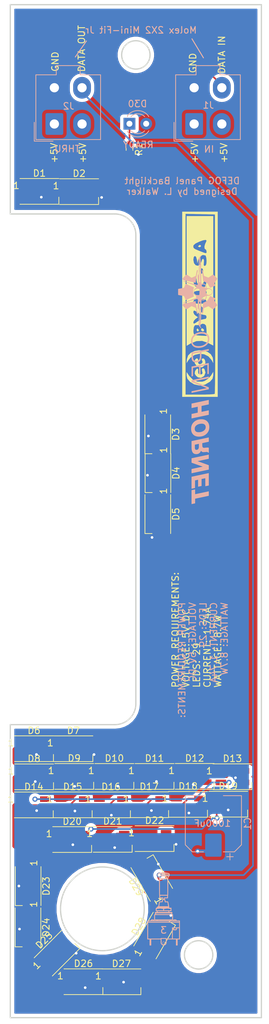
<source format=kicad_pcb>
(kicad_pcb (version 20171130) (host pcbnew "(5.1.6)-1")
  (layers (0 F.Cu signal) (31 B.Cu signal) (34 B.Paste user) (35 F.Paste user) (36 B.SilkS user) (37 F.SilkS user) (38 B.Mask user) (39 F.Mask user) (44 Edge.Cuts user))
  (net 0 "")
  (net 1 /LEDGND)
  (net 2 /LED+5V)
  (net 3 "Net-(D1-Pad2)")
  (net 4 /DATAIN)
  (net 5 "Net-(D2-Pad2)")
  (net 6 "Net-(D3-Pad2)")
  (net 7 "Net-(D4-Pad2)")
  (net 8 "Net-(D5-Pad2)")
  (net 9 "Net-(D6-Pad2)")
  (net 10 "Net-(D7-Pad2)")
  (net 11 "Net-(D8-Pad2)")
  (net 12 "Net-(D10-Pad4)")
  (net 13 "Net-(D10-Pad2)")
  (net 14 "Net-(D11-Pad2)")
  (net 15 /DATAOUT1)
  (net 16 "Net-(D13-Pad2)")
  (net 17 "Net-(D14-Pad2)")
  (net 18 "Net-(D15-Pad2)")
  (net 19 "Net-(D16-Pad2)")
  (net 20 "Net-(D17-Pad2)")
  (net 21 "Net-(D18-Pad2)")
  (net 22 "Net-(D19-Pad2)")
  (net 23 "Net-(D20-Pad2)")
  (net 24 "Net-(D21-Pad2)")
  (net 25 "Net-(D22-Pad2)")
  (net 26 "Net-(D23-Pad2)")
  (net 27 /DATAOUT)
  (net 28 "Net-(D24-Pad2)")
  (net 29 "Net-(D25-Pad2)")
  (net 30 "Net-(D26-Pad2)")
  (net 31 "Net-(D27-Pad2)")
  (net 32 "Net-(D28-Pad2)")
  (net 33 "Net-(D30-Pad1)")
  (module OH_Backlighting:LED_SK6812MINI_PLCC4_3.5x3.5mm_P1.75mm (layer F.Cu) (at 125.05 59.045)
    (fp_text reference D1 (at 0 -2.75) (layer F.SilkS))
    (fp_text value WS2812B)
    (fp_text user 1 (at -3.5 -0.875) (layer F.SilkS))
    (pad 3 smd rect (at 1.75 0.875) (size 1.6 0.85) (layers F.Cu F.Paste F.Mask) (net 1 /LEDGND))
    (pad 4 smd rect (at 1.75 -0.875) (size 1.6 0.85) (layers F.Cu F.Paste F.Mask) (net 4 /DATAIN))
    (pad 2 smd rect (at -1.75 0.875) (size 1.6 0.85) (layers F.Cu F.Paste F.Mask) (net 3 "Net-(D1-Pad2)"))
    (pad 1 smd rect (at -1.75 -0.875) (size 1.6 0.85) (layers F.Cu F.Paste F.Mask) (net 2 /LED+5V))
  )
  (module OH_Backlighting:LED_SK6812MINI_PLCC4_3.5x3.5mm_P1.75mm (layer F.Cu) (at 142.097 163.202 120)
    (fp_text reference D29 (at 0 -2.75 120) (layer F.SilkS))
    (fp_text value WS2812B)
    (fp_text user 1 (at -3.5 -0.875 120) (layer F.SilkS))
    (pad 3 smd rect (at 1.75 0.875 120) (size 1.6 0.85) (layers F.Cu F.Paste F.Mask) (net 1 /LEDGND))
    (pad 4 smd rect (at 1.75 -0.875 120) (size 1.6 0.85) (layers F.Cu F.Paste F.Mask) (net 32 "Net-(D28-Pad2)"))
    (pad 2 smd rect (at -1.75 0.875 120) (size 1.6 0.85) (layers F.Cu F.Paste F.Mask) (net 27 /DATAOUT))
    (pad 1 smd rect (at -1.75 -0.875 120) (size 1.6 0.85) (layers F.Cu F.Paste F.Mask) (net 2 /LED+5V))
  )
  (module OH_Backlighting:LED_SK6812MINI_PLCC4_3.5x3.5mm_P1.75mm (layer F.Cu) (at 142.53 171.935 60)
    (fp_text reference D28 (at 0 -2.75 60) (layer F.SilkS))
    (fp_text value WS2812B)
    (fp_text user 1 (at -3.5 -0.875 60) (layer F.SilkS))
    (pad 3 smd rect (at 1.75 0.875 60) (size 1.6 0.85) (layers F.Cu F.Paste F.Mask) (net 1 /LEDGND))
    (pad 4 smd rect (at 1.75 -0.875 60) (size 1.6 0.85) (layers F.Cu F.Paste F.Mask) (net 31 "Net-(D27-Pad2)"))
    (pad 2 smd rect (at -1.75 0.875 60) (size 1.6 0.85) (layers F.Cu F.Paste F.Mask) (net 32 "Net-(D28-Pad2)"))
    (pad 1 smd rect (at -1.75 -0.875 60) (size 1.6 0.85) (layers F.Cu F.Paste F.Mask) (net 2 /LED+5V))
  )
  (module OH_Backlighting:LED_SK6812MINI_PLCC4_3.5x3.5mm_P1.75mm (layer F.Cu) (at 137.497 178.947)
    (fp_text reference D27 (at 0 -2.75) (layer F.SilkS))
    (fp_text value WS2812B)
    (fp_text user 1 (at -3.5 -0.875) (layer F.SilkS))
    (pad 3 smd rect (at 1.75 0.875) (size 1.6 0.85) (layers F.Cu F.Paste F.Mask) (net 1 /LEDGND))
    (pad 4 smd rect (at 1.75 -0.875) (size 1.6 0.85) (layers F.Cu F.Paste F.Mask) (net 30 "Net-(D26-Pad2)"))
    (pad 2 smd rect (at -1.75 0.875) (size 1.6 0.85) (layers F.Cu F.Paste F.Mask) (net 31 "Net-(D27-Pad2)"))
    (pad 1 smd rect (at -1.75 -0.875) (size 1.6 0.85) (layers F.Cu F.Paste F.Mask) (net 2 /LED+5V))
  )
  (module OH_Backlighting:LED_SK6812MINI_PLCC4_3.5x3.5mm_P1.75mm (layer F.Cu) (at 131.73 178.935)
    (fp_text reference D26 (at 0 -2.75) (layer F.SilkS))
    (fp_text value WS2812B)
    (fp_text user 1 (at -3.5 -0.875) (layer F.SilkS))
    (pad 3 smd rect (at 1.75 0.875) (size 1.6 0.85) (layers F.Cu F.Paste F.Mask) (net 1 /LEDGND))
    (pad 4 smd rect (at 1.75 -0.875) (size 1.6 0.85) (layers F.Cu F.Paste F.Mask) (net 29 "Net-(D25-Pad2)"))
    (pad 2 smd rect (at -1.75 0.875) (size 1.6 0.85) (layers F.Cu F.Paste F.Mask) (net 30 "Net-(D26-Pad2)"))
    (pad 1 smd rect (at -1.75 -0.875) (size 1.6 0.85) (layers F.Cu F.Paste F.Mask) (net 2 /LED+5V))
  )
  (module OH_Backlighting:LED_SK6812MINI_PLCC4_3.5x3.5mm_P1.75mm (layer F.Cu) (at 127.724 174.599 45)
    (fp_text reference D25 (at 0 -2.75 45) (layer F.SilkS))
    (fp_text value WS2812B)
    (fp_text user 1 (at -3.5 -0.875 45) (layer F.SilkS))
    (pad 3 smd rect (at 1.75 0.875 45) (size 1.6 0.85) (layers F.Cu F.Paste F.Mask) (net 1 /LEDGND))
    (pad 4 smd rect (at 1.75 -0.875 45) (size 1.6 0.85) (layers F.Cu F.Paste F.Mask) (net 28 "Net-(D24-Pad2)"))
    (pad 2 smd rect (at -1.75 0.875 45) (size 1.6 0.85) (layers F.Cu F.Paste F.Mask) (net 29 "Net-(D25-Pad2)"))
    (pad 1 smd rect (at -1.75 -0.875 45) (size 1.6 0.85) (layers F.Cu F.Paste F.Mask) (net 2 /LED+5V))
  )
  (module OH_Backlighting:LED_SK6812MINI_PLCC4_3.5x3.5mm_P1.75mm (layer F.Cu) (at 123.315 170.69 270)
    (fp_text reference D24 (at 0 -2.75 90) (layer F.SilkS))
    (fp_text value WS2812B)
    (fp_text user 1 (at -3.5 -0.875 90) (layer F.SilkS))
    (pad 3 smd rect (at 1.75 0.875 270) (size 1.6 0.85) (layers F.Cu F.Paste F.Mask) (net 1 /LEDGND))
    (pad 4 smd rect (at 1.75 -0.875 270) (size 1.6 0.85) (layers F.Cu F.Paste F.Mask) (net 26 "Net-(D23-Pad2)"))
    (pad 2 smd rect (at -1.75 0.875 270) (size 1.6 0.85) (layers F.Cu F.Paste F.Mask) (net 28 "Net-(D24-Pad2)"))
    (pad 1 smd rect (at -1.75 -0.875 270) (size 1.6 0.85) (layers F.Cu F.Paste F.Mask) (net 2 /LED+5V))
  )
  (module OH_Backlighting:LED_SK6812MINI_PLCC4_3.5x3.5mm_P1.75mm (layer F.Cu) (at 123.335 164.43 270)
    (fp_text reference D23 (at 0 -2.75 90) (layer F.SilkS))
    (fp_text value WS2812B)
    (fp_text user 1 (at -3.5 -0.875 90) (layer F.SilkS))
    (pad 3 smd rect (at 1.75 0.875 270) (size 1.6 0.85) (layers F.Cu F.Paste F.Mask) (net 1 /LEDGND))
    (pad 4 smd rect (at 1.75 -0.875 270) (size 1.6 0.85) (layers F.Cu F.Paste F.Mask) (net 25 "Net-(D22-Pad2)"))
    (pad 2 smd rect (at -1.75 0.875 270) (size 1.6 0.85) (layers F.Cu F.Paste F.Mask) (net 26 "Net-(D23-Pad2)"))
    (pad 1 smd rect (at -1.75 -0.875 270) (size 1.6 0.85) (layers F.Cu F.Paste F.Mask) (net 2 /LED+5V))
  )
  (module OH_Backlighting:LED_SK6812MINI_PLCC4_3.5x3.5mm_P1.75mm (layer F.Cu) (at 142.522 157.226)
    (fp_text reference D22 (at 0 -2.75) (layer F.SilkS))
    (fp_text value WS2812B)
    (fp_text user 1 (at -3.5 -0.875) (layer F.SilkS))
    (pad 3 smd rect (at 1.75 0.875) (size 1.6 0.85) (layers F.Cu F.Paste F.Mask) (net 1 /LEDGND))
    (pad 4 smd rect (at 1.75 -0.875) (size 1.6 0.85) (layers F.Cu F.Paste F.Mask) (net 24 "Net-(D21-Pad2)"))
    (pad 2 smd rect (at -1.75 0.875) (size 1.6 0.85) (layers F.Cu F.Paste F.Mask) (net 25 "Net-(D22-Pad2)"))
    (pad 1 smd rect (at -1.75 -0.875) (size 1.6 0.85) (layers F.Cu F.Paste F.Mask) (net 2 /LED+5V))
  )
  (module OH_Backlighting:LED_SK6812MINI_PLCC4_3.5x3.5mm_P1.75mm (layer F.Cu) (at 136.172 157.339)
    (fp_text reference D21 (at 0 -2.75) (layer F.SilkS))
    (fp_text value WS2812B)
    (fp_text user 1 (at -3.5 -0.875) (layer F.SilkS))
    (pad 3 smd rect (at 1.75 0.875) (size 1.6 0.85) (layers F.Cu F.Paste F.Mask) (net 1 /LEDGND))
    (pad 4 smd rect (at 1.75 -0.875) (size 1.6 0.85) (layers F.Cu F.Paste F.Mask) (net 23 "Net-(D20-Pad2)"))
    (pad 2 smd rect (at -1.75 0.875) (size 1.6 0.85) (layers F.Cu F.Paste F.Mask) (net 24 "Net-(D21-Pad2)"))
    (pad 1 smd rect (at -1.75 -0.875) (size 1.6 0.85) (layers F.Cu F.Paste F.Mask) (net 2 /LED+5V))
  )
  (module OH_Backlighting:LED_SK6812MINI_PLCC4_3.5x3.5mm_P1.75mm (layer F.Cu) (at 130.02 157.367)
    (fp_text reference D20 (at 0 -2.75) (layer F.SilkS))
    (fp_text value WS2812B)
    (fp_text user 1 (at -3.5 -0.875) (layer F.SilkS))
    (pad 3 smd rect (at 1.75 0.875) (size 1.6 0.85) (layers F.Cu F.Paste F.Mask) (net 1 /LEDGND))
    (pad 4 smd rect (at 1.75 -0.875) (size 1.6 0.85) (layers F.Cu F.Paste F.Mask) (net 22 "Net-(D19-Pad2)"))
    (pad 2 smd rect (at -1.75 0.875) (size 1.6 0.85) (layers F.Cu F.Paste F.Mask) (net 23 "Net-(D20-Pad2)"))
    (pad 1 smd rect (at -1.75 -0.875) (size 1.6 0.85) (layers F.Cu F.Paste F.Mask) (net 2 /LED+5V))
  )
  (module OH_Backlighting:LED_SK6812MINI_PLCC4_3.5x3.5mm_P1.75mm (layer F.Cu) (at 153.698 152.005)
    (fp_text reference D19 (at 0 -2.75) (layer F.SilkS))
    (fp_text value WS2812B)
    (fp_text user 1 (at -3.5 -0.875) (layer F.SilkS))
    (pad 3 smd rect (at 1.75 0.875) (size 1.6 0.85) (layers F.Cu F.Paste F.Mask) (net 1 /LEDGND))
    (pad 4 smd rect (at 1.75 -0.875) (size 1.6 0.85) (layers F.Cu F.Paste F.Mask) (net 21 "Net-(D18-Pad2)"))
    (pad 2 smd rect (at -1.75 0.875) (size 1.6 0.85) (layers F.Cu F.Paste F.Mask) (net 22 "Net-(D19-Pad2)"))
    (pad 1 smd rect (at -1.75 -0.875) (size 1.6 0.85) (layers F.Cu F.Paste F.Mask) (net 2 /LED+5V))
  )
  (module OH_Backlighting:LED_SK6812MINI_PLCC4_3.5x3.5mm_P1.75mm (layer F.Cu) (at 147.602 152.033)
    (fp_text reference D18 (at 0 -2.75) (layer F.SilkS))
    (fp_text value WS2812B)
    (fp_text user 1 (at -3.5 -0.875) (layer F.SilkS))
    (pad 3 smd rect (at 1.75 0.875) (size 1.6 0.85) (layers F.Cu F.Paste F.Mask) (net 1 /LEDGND))
    (pad 4 smd rect (at 1.75 -0.875) (size 1.6 0.85) (layers F.Cu F.Paste F.Mask) (net 20 "Net-(D17-Pad2)"))
    (pad 2 smd rect (at -1.75 0.875) (size 1.6 0.85) (layers F.Cu F.Paste F.Mask) (net 21 "Net-(D18-Pad2)"))
    (pad 1 smd rect (at -1.75 -0.875) (size 1.6 0.85) (layers F.Cu F.Paste F.Mask) (net 2 /LED+5V))
  )
  (module OH_Backlighting:LED_SK6812MINI_PLCC4_3.5x3.5mm_P1.75mm (layer F.Cu) (at 141.7 152.085)
    (fp_text reference D17 (at 0 -2.75) (layer F.SilkS))
    (fp_text value WS2812B)
    (fp_text user 1 (at -3.5 -0.875) (layer F.SilkS))
    (pad 3 smd rect (at 1.75 0.875) (size 1.6 0.85) (layers F.Cu F.Paste F.Mask) (net 1 /LEDGND))
    (pad 4 smd rect (at 1.75 -0.875) (size 1.6 0.85) (layers F.Cu F.Paste F.Mask) (net 19 "Net-(D16-Pad2)"))
    (pad 2 smd rect (at -1.75 0.875) (size 1.6 0.85) (layers F.Cu F.Paste F.Mask) (net 20 "Net-(D17-Pad2)"))
    (pad 1 smd rect (at -1.75 -0.875) (size 1.6 0.85) (layers F.Cu F.Paste F.Mask) (net 2 /LED+5V))
  )
  (module OH_Backlighting:LED_SK6812MINI_PLCC4_3.5x3.5mm_P1.75mm (layer F.Cu) (at 135.91 152.105)
    (fp_text reference D16 (at 0 -2.75) (layer F.SilkS))
    (fp_text value WS2812B)
    (fp_text user 1 (at -3.5 -0.875) (layer F.SilkS))
    (pad 3 smd rect (at 1.75 0.875) (size 1.6 0.85) (layers F.Cu F.Paste F.Mask) (net 1 /LEDGND))
    (pad 4 smd rect (at 1.75 -0.875) (size 1.6 0.85) (layers F.Cu F.Paste F.Mask) (net 18 "Net-(D15-Pad2)"))
    (pad 2 smd rect (at -1.75 0.875) (size 1.6 0.85) (layers F.Cu F.Paste F.Mask) (net 19 "Net-(D16-Pad2)"))
    (pad 1 smd rect (at -1.75 -0.875) (size 1.6 0.85) (layers F.Cu F.Paste F.Mask) (net 2 /LED+5V))
  )
  (module OH_Backlighting:LED_SK6812MINI_PLCC4_3.5x3.5mm_P1.75mm (layer F.Cu) (at 130.1 152.105)
    (fp_text reference D15 (at 0 -2.75) (layer F.SilkS))
    (fp_text value WS2812B)
    (fp_text user 1 (at -3.5 -0.875) (layer F.SilkS))
    (pad 3 smd rect (at 1.75 0.875) (size 1.6 0.85) (layers F.Cu F.Paste F.Mask) (net 1 /LEDGND))
    (pad 4 smd rect (at 1.75 -0.875) (size 1.6 0.85) (layers F.Cu F.Paste F.Mask) (net 17 "Net-(D14-Pad2)"))
    (pad 2 smd rect (at -1.75 0.875) (size 1.6 0.85) (layers F.Cu F.Paste F.Mask) (net 18 "Net-(D15-Pad2)"))
    (pad 1 smd rect (at -1.75 -0.875) (size 1.6 0.85) (layers F.Cu F.Paste F.Mask) (net 2 /LED+5V))
  )
  (module OH_Backlighting:LED_SK6812MINI_PLCC4_3.5x3.5mm_P1.75mm (layer F.Cu) (at 124.2 152.115)
    (fp_text reference D14 (at 0 -2.75) (layer F.SilkS))
    (fp_text value WS2812B)
    (fp_text user 1 (at -3.5 -0.875) (layer F.SilkS))
    (pad 3 smd rect (at 1.75 0.875) (size 1.6 0.85) (layers F.Cu F.Paste F.Mask) (net 1 /LEDGND))
    (pad 4 smd rect (at 1.75 -0.875) (size 1.6 0.85) (layers F.Cu F.Paste F.Mask) (net 16 "Net-(D13-Pad2)"))
    (pad 2 smd rect (at -1.75 0.875) (size 1.6 0.85) (layers F.Cu F.Paste F.Mask) (net 17 "Net-(D14-Pad2)"))
    (pad 1 smd rect (at -1.75 -0.875) (size 1.6 0.85) (layers F.Cu F.Paste F.Mask) (net 2 /LED+5V))
  )
  (module OH_Backlighting:LED_SK6812MINI_PLCC4_3.5x3.5mm_P1.75mm (layer F.Cu) (at 154.34 147.835)
    (fp_text reference D13 (at 0 -2.75) (layer F.SilkS))
    (fp_text value WS2812B)
    (fp_text user 1 (at -3.5 -0.875) (layer F.SilkS))
    (pad 3 smd rect (at 1.75 0.875) (size 1.6 0.85) (layers F.Cu F.Paste F.Mask) (net 1 /LEDGND))
    (pad 4 smd rect (at 1.75 -0.875) (size 1.6 0.85) (layers F.Cu F.Paste F.Mask) (net 15 /DATAOUT1))
    (pad 2 smd rect (at -1.75 0.875) (size 1.6 0.85) (layers F.Cu F.Paste F.Mask) (net 16 "Net-(D13-Pad2)"))
    (pad 1 smd rect (at -1.75 -0.875) (size 1.6 0.85) (layers F.Cu F.Paste F.Mask) (net 2 /LED+5V))
  )
  (module OH_Backlighting:LED_SK6812MINI_PLCC4_3.5x3.5mm_P1.75mm (layer F.Cu) (at 148.608 147.785)
    (fp_text reference D12 (at 0 -2.75) (layer F.SilkS))
    (fp_text value WS2812B)
    (fp_text user 1 (at -3.5 -0.875) (layer F.SilkS))
    (pad 3 smd rect (at 1.75 0.875) (size 1.6 0.85) (layers F.Cu F.Paste F.Mask) (net 1 /LEDGND))
    (pad 4 smd rect (at 1.75 -0.875) (size 1.6 0.85) (layers F.Cu F.Paste F.Mask) (net 14 "Net-(D11-Pad2)"))
    (pad 2 smd rect (at -1.75 0.875) (size 1.6 0.85) (layers F.Cu F.Paste F.Mask) (net 15 /DATAOUT1))
    (pad 1 smd rect (at -1.75 -0.875) (size 1.6 0.85) (layers F.Cu F.Paste F.Mask) (net 2 /LED+5V))
  )
  (module OH_Backlighting:LED_SK6812MINI_PLCC4_3.5x3.5mm_P1.75mm (layer F.Cu) (at 142.516 147.795)
    (fp_text reference D11 (at 0 -2.75) (layer F.SilkS))
    (fp_text value WS2812B)
    (fp_text user 1 (at -3.5 -0.875) (layer F.SilkS))
    (pad 3 smd rect (at 1.75 0.875) (size 1.6 0.85) (layers F.Cu F.Paste F.Mask) (net 1 /LEDGND))
    (pad 4 smd rect (at 1.75 -0.875) (size 1.6 0.85) (layers F.Cu F.Paste F.Mask) (net 13 "Net-(D10-Pad2)"))
    (pad 2 smd rect (at -1.75 0.875) (size 1.6 0.85) (layers F.Cu F.Paste F.Mask) (net 14 "Net-(D11-Pad2)"))
    (pad 1 smd rect (at -1.75 -0.875) (size 1.6 0.85) (layers F.Cu F.Paste F.Mask) (net 2 /LED+5V))
  )
  (module OH_Backlighting:LED_SK6812MINI_PLCC4_3.5x3.5mm_P1.75mm (layer F.Cu) (at 136.424 147.795)
    (fp_text reference D10 (at 0 -2.75) (layer F.SilkS))
    (fp_text value WS2812B)
    (fp_text user 1 (at -3.5 -0.875) (layer F.SilkS))
    (pad 3 smd rect (at 1.75 0.875) (size 1.6 0.85) (layers F.Cu F.Paste F.Mask) (net 1 /LEDGND))
    (pad 4 smd rect (at 1.75 -0.875) (size 1.6 0.85) (layers F.Cu F.Paste F.Mask) (net 12 "Net-(D10-Pad4)"))
    (pad 2 smd rect (at -1.75 0.875) (size 1.6 0.85) (layers F.Cu F.Paste F.Mask) (net 13 "Net-(D10-Pad2)"))
    (pad 1 smd rect (at -1.75 -0.875) (size 1.6 0.85) (layers F.Cu F.Paste F.Mask) (net 2 /LED+5V))
  )
  (module OH_Backlighting:LED_SK6812MINI_PLCC4_3.5x3.5mm_P1.75mm (layer F.Cu) (at 130.332 147.795)
    (fp_text reference D9 (at 0 -2.75) (layer F.SilkS))
    (fp_text value WS2812B)
    (fp_text user 1 (at -3.5 -0.875) (layer F.SilkS))
    (pad 3 smd rect (at 1.75 0.875) (size 1.6 0.85) (layers F.Cu F.Paste F.Mask) (net 1 /LEDGND))
    (pad 4 smd rect (at 1.75 -0.875) (size 1.6 0.85) (layers F.Cu F.Paste F.Mask) (net 11 "Net-(D8-Pad2)"))
    (pad 2 smd rect (at -1.75 0.875) (size 1.6 0.85) (layers F.Cu F.Paste F.Mask) (net 12 "Net-(D10-Pad4)"))
    (pad 1 smd rect (at -1.75 -0.875) (size 1.6 0.85) (layers F.Cu F.Paste F.Mask) (net 2 /LED+5V))
  )
  (module OH_Backlighting:LED_SK6812MINI_PLCC4_3.5x3.5mm_P1.75mm (layer F.Cu) (at 124.24 147.855)
    (fp_text reference D8 (at 0 -2.75) (layer F.SilkS))
    (fp_text value WS2812B)
    (fp_text user 1 (at -3.5 -0.875) (layer F.SilkS))
    (pad 3 smd rect (at 1.75 0.875) (size 1.6 0.85) (layers F.Cu F.Paste F.Mask) (net 1 /LEDGND))
    (pad 4 smd rect (at 1.75 -0.875) (size 1.6 0.85) (layers F.Cu F.Paste F.Mask) (net 10 "Net-(D7-Pad2)"))
    (pad 2 smd rect (at -1.75 0.875) (size 1.6 0.85) (layers F.Cu F.Paste F.Mask) (net 11 "Net-(D8-Pad2)"))
    (pad 1 smd rect (at -1.75 -0.875) (size 1.6 0.85) (layers F.Cu F.Paste F.Mask) (net 2 /LED+5V))
  )
  (module OH_Backlighting:LED_SK6812MINI_PLCC4_3.5x3.5mm_P1.75mm (layer F.Cu) (at 130.21 143.59)
    (fp_text reference D7 (at 0 -2.75) (layer F.SilkS))
    (fp_text value WS2812B)
    (fp_text user 1 (at -3.5 -0.875) (layer F.SilkS))
    (pad 3 smd rect (at 1.75 0.875) (size 1.6 0.85) (layers F.Cu F.Paste F.Mask) (net 1 /LEDGND))
    (pad 4 smd rect (at 1.75 -0.875) (size 1.6 0.85) (layers F.Cu F.Paste F.Mask) (net 9 "Net-(D6-Pad2)"))
    (pad 2 smd rect (at -1.75 0.875) (size 1.6 0.85) (layers F.Cu F.Paste F.Mask) (net 10 "Net-(D7-Pad2)"))
    (pad 1 smd rect (at -1.75 -0.875) (size 1.6 0.85) (layers F.Cu F.Paste F.Mask) (net 2 /LED+5V))
  )
  (module OH_Backlighting:LED_SK6812MINI_PLCC4_3.5x3.5mm_P1.75mm (layer F.Cu) (at 124.23 143.585)
    (fp_text reference D6 (at 0 -2.75) (layer F.SilkS))
    (fp_text value WS2812B)
    (fp_text user 1 (at -3.5 -0.875) (layer F.SilkS))
    (pad 3 smd rect (at 1.75 0.875) (size 1.6 0.85) (layers F.Cu F.Paste F.Mask) (net 1 /LEDGND))
    (pad 4 smd rect (at 1.75 -0.875) (size 1.6 0.85) (layers F.Cu F.Paste F.Mask) (net 8 "Net-(D5-Pad2)"))
    (pad 2 smd rect (at -1.75 0.875) (size 1.6 0.85) (layers F.Cu F.Paste F.Mask) (net 9 "Net-(D6-Pad2)"))
    (pad 1 smd rect (at -1.75 -0.875) (size 1.6 0.85) (layers F.Cu F.Paste F.Mask) (net 2 /LED+5V))
  )
  (module OH_Backlighting:LED_SK6812MINI_PLCC4_3.5x3.5mm_P1.75mm (layer F.Cu) (at 143.015 108 270)
    (fp_text reference D5 (at 0 -2.75 90) (layer F.SilkS))
    (fp_text value WS2812B)
    (fp_text user 1 (at -3.5 -0.875 90) (layer F.SilkS))
    (pad 3 smd rect (at 1.75 0.875 270) (size 1.6 0.85) (layers F.Cu F.Paste F.Mask) (net 1 /LEDGND))
    (pad 4 smd rect (at 1.75 -0.875 270) (size 1.6 0.85) (layers F.Cu F.Paste F.Mask) (net 7 "Net-(D4-Pad2)"))
    (pad 2 smd rect (at -1.75 0.875 270) (size 1.6 0.85) (layers F.Cu F.Paste F.Mask) (net 8 "Net-(D5-Pad2)"))
    (pad 1 smd rect (at -1.75 -0.875 270) (size 1.6 0.85) (layers F.Cu F.Paste F.Mask) (net 2 /LED+5V))
  )
  (module OH_Backlighting:LED_SK6812MINI_PLCC4_3.5x3.5mm_P1.75mm (layer F.Cu) (at 143.035 101.78 270)
    (fp_text reference D4 (at 0 -2.75 90) (layer F.SilkS))
    (fp_text value WS2812B)
    (fp_text user 1 (at -3.5 -0.875 90) (layer F.SilkS))
    (pad 3 smd rect (at 1.75 0.875 270) (size 1.6 0.85) (layers F.Cu F.Paste F.Mask) (net 1 /LEDGND))
    (pad 4 smd rect (at 1.75 -0.875 270) (size 1.6 0.85) (layers F.Cu F.Paste F.Mask) (net 6 "Net-(D3-Pad2)"))
    (pad 2 smd rect (at -1.75 0.875 270) (size 1.6 0.85) (layers F.Cu F.Paste F.Mask) (net 7 "Net-(D4-Pad2)"))
    (pad 1 smd rect (at -1.75 -0.875 270) (size 1.6 0.85) (layers F.Cu F.Paste F.Mask) (net 2 /LED+5V))
  )
  (module OH_Backlighting:LED_SK6812MINI_PLCC4_3.5x3.5mm_P1.75mm (layer F.Cu) (at 143.005 95.89 270)
    (fp_text reference D3 (at 0 -2.75 90) (layer F.SilkS))
    (fp_text value WS2812B)
    (fp_text user 1 (at -3.5 -0.875 90) (layer F.SilkS))
    (pad 3 smd rect (at 1.75 0.875 270) (size 1.6 0.85) (layers F.Cu F.Paste F.Mask) (net 1 /LEDGND))
    (pad 4 smd rect (at 1.75 -0.875 270) (size 1.6 0.85) (layers F.Cu F.Paste F.Mask) (net 5 "Net-(D2-Pad2)"))
    (pad 2 smd rect (at -1.75 0.875 270) (size 1.6 0.85) (layers F.Cu F.Paste F.Mask) (net 6 "Net-(D3-Pad2)"))
    (pad 1 smd rect (at -1.75 -0.875 270) (size 1.6 0.85) (layers F.Cu F.Paste F.Mask) (net 2 /LED+5V))
  )
  (module OH_Backlighting:LED_SK6812MINI_PLCC4_3.5x3.5mm_P1.75mm (layer F.Cu) (at 131.08 59.08)
    (fp_text reference D2 (at 0 -2.75) (layer F.SilkS))
    (fp_text value WS2812B)
    (fp_text user 1 (at -3.5 -0.875) (layer F.SilkS))
    (pad 3 smd rect (at 1.75 0.875) (size 1.6 0.85) (layers F.Cu F.Paste F.Mask) (net 1 /LEDGND))
    (pad 4 smd rect (at 1.75 -0.875) (size 1.6 0.85) (layers F.Cu F.Paste F.Mask) (net 3 "Net-(D1-Pad2)"))
    (pad 2 smd rect (at -1.75 0.875) (size 1.6 0.85) (layers F.Cu F.Paste F.Mask) (net 5 "Net-(D2-Pad2)"))
    (pad 1 smd rect (at -1.75 -0.875) (size 1.6 0.85) (layers F.Cu F.Paste F.Mask) (net 2 /LED+5V))
  )
  (module OH_Backlighting:S3AL_Toggle_Silkscreen (layer F.Cu) (at 143.76 168.04)
    (fp_text reference G2 hide)
    (fp_text value "S3AL Toggle" hide)
    (fp_text user 3 (at 0.125 3.075) (layer B.SilkS) (effects (justify mirror)))
  )
  (module OH_General:CC-BY-NC-SA-Small (layer F.Cu) (at 149.41 76.25 90)
    (fp_text reference G1 hide)
    (fp_text value LOGO hide)
  )
  (module OH_General:OH_LOGO_37.7mm_5.9mm (layer B.Cu) (at 149.07 87.63 270)
    (fp_text reference G3 hide)
    (fp_text value LOGO hide)
  )
  (module Resistor_SMD:R_0603_1608Metric (layer F.Cu) (at 138.72 52.66 270)
    (fp_text reference R1 (at 0 -1.43 90) (layer F.SilkS))
    (fp_text value R)
    (pad 2 smd roundrect (at 0.7875 0 270) (size 0.875 0.95) (layers F.Cu F.Paste F.Mask) (net 1 /LEDGND))
    (pad 1 smd roundrect (at -0.7875 0 270) (size 0.875 0.95) (layers F.Cu F.Paste F.Mask) (net 33 "Net-(D30-Pad1)"))
  )
  (module Connector_Molex:Molex_Mini-Fit_Jr_5566-04A_2x02_P4.20mm_Vertical (layer B.Cu) (at 127.32 48.82)
    (fp_text reference J2 (at 2.15 -2.71) (layer B.SilkS) (effects (justify mirror)))
    (fp_text value Conn_01x04_Female)
    (pad 4 thru_hole oval (at 4.2 -5.5) (size 2.7 3.3) (drill 1.4) (layers *.Cu *.Mask) (net 27 /DATAOUT))
    (pad 3 thru_hole oval (at 0 -5.5) (size 2.7 3.3) (drill 1.4) (layers *.Cu *.Mask) (net 1 /LEDGND))
    (pad 2 thru_hole oval (at 4.2 0) (size 2.7 3.3) (drill 1.4) (layers *.Cu *.Mask) (net 2 /LED+5V))
    (pad 1 thru_hole roundrect (at 0 0) (size 2.7 3.3) (drill 1.4) (layers *.Cu *.Mask) (roundrect_rratio 0.09259299999999999) (net 2 /LED+5V))
  )
  (module Connector_Molex:Molex_Mini-Fit_Jr_5566-04A_2x02_P4.20mm_Vertical (layer B.Cu) (at 148.53 48.82)
    (fp_text reference J1 (at 2.15 -2.85) (layer B.SilkS) (effects (justify mirror)))
    (fp_text value Conn_01x04_Female)
    (pad 4 thru_hole oval (at 4.2 -5.5) (size 2.7 3.3) (drill 1.4) (layers *.Cu *.Mask) (net 4 /DATAIN))
    (pad 3 thru_hole oval (at 0 -5.5) (size 2.7 3.3) (drill 1.4) (layers *.Cu *.Mask) (net 1 /LEDGND))
    (pad 2 thru_hole oval (at 4.2 0) (size 2.7 3.3) (drill 1.4) (layers *.Cu *.Mask) (net 2 /LED+5V))
    (pad 1 thru_hole roundrect (at 0 0) (size 2.7 3.3) (drill 1.4) (layers *.Cu *.Mask) (roundrect_rratio 0.09259299999999999) (net 2 /LED+5V))
  )
  (module LED_THT:LED_D3.0mm (layer B.Cu) (at 138.71 48.78)
    (fp_text reference D30 (at 1.22 -3.02) (layer B.SilkS) (effects (justify mirror)))
    (fp_text value LED)
    (pad 2 thru_hole circle (at 2.54 0) (size 1.8 1.8) (drill 0.9) (layers *.Cu *.Mask) (net 2 /LED+5V))
    (pad 1 thru_hole rect (at 0 0) (size 1.8 1.8) (drill 0.9) (layers *.Cu *.Mask) (net 33 "Net-(D30-Pad1)"))
  )
  (module Capacitor_SMD:CP_Elec_8x10 (layer B.Cu) (at 151.45 154.97 90)
    (fp_text reference C1 (at 0 5.2 90) (layer B.SilkS) (effects (justify mirror)))
    (fp_text value C_Polarized)
    (pad 2 smd roundrect (at 3.25 0 90) (size 3.5 2.5) (layers B.Cu B.Paste B.Mask) (roundrect_rratio 0.1) (net 1 /LEDGND))
    (pad 1 smd roundrect (at -3.25 0 90) (size 3.5 2.5) (layers B.Cu B.Paste B.Mask) (roundrect_rratio 0.1) (net 2 /LED+5V))
  )
  (gr_text "POWER REQUIREMENTS:\nVOLTAGE: 5V DC\nLEDS: 29\nCURRENT: 1.74A\nWATTAGE: 8.7W" (at 148.91 134.42 90) (layer F.SilkS) (effects (font (size 1 1)) (justify left)))
  (gr_text "DEFOG Panel Backlight\nDesigned by L. Walker" (at 146.72 58.25) (layer B.SilkS) (effects (font (size 1 1)) (justify mirror)))
  (gr_text "POWER REQUIREMENTS:\nVOLTAGE: 5V DC\nLEDS: 29\nCURRENT: 1.74A\nWATTAGE: 8.7W" (at 149.9 121.28 90) (layer B.SilkS) (effects (font (size 1 1)) (justify left mirror)))
  (gr_text +5V (at 131.62 53.21 90) (layer F.SilkS) (effects (font (size 1 1))))
  (gr_text +5V (at 127.29 53.21 90) (layer F.SilkS) (effects (font (size 1 1))))
  (gr_text "DATA OUT" (at 131.46 37.38 90) (layer F.SilkS) (effects (font (size 1 1))))
  (gr_text GND (at 127.45 39.36 90) (layer F.SilkS) (effects (font (size 1 1))))
  (gr_text "DATA IN" (at 152.72 38.31 90) (layer F.SilkS) (effects (font (size 1 1))))
  (gr_text GND (at 148.34 39.57 90) (layer F.SilkS) (effects (font (size 1 1))))
  (gr_text +5V (at 148.61 53.21 90) (layer F.SilkS) (effects (font (size 1 1))))
  (gr_text +5V (at 153.05 53.21 90) (layer F.SilkS) (effects (font (size 1 1))))
  (gr_text 1000uF (at 151.3 154.91) (layer B.SilkS) (effects (font (size 1 1)) (justify mirror)))
  (gr_line (start 132.19 36.22) (end 130.5 38.65) (layer B.SilkS) (width 0.15))
  (gr_line (start 148.2 35.9) (end 149.94 38.78) (layer B.SilkS) (width 0.15))
  (gr_text READY (at 140.05 51.97) (layer B.SilkS) (effects (font (size 1 1)) (justify mirror)))
  (gr_text "Molex 2X2 Mini-Fit Jr." (at 140.24 34.58) (layer B.SilkS) (effects (font (size 1 1)) (justify mirror)))
  (gr_text THRU (at 129.26 52.59) (layer B.SilkS) (effects (font (size 1 1)) (justify mirror)))
  (gr_text IN (at 150.79 52.65) (layer B.SilkS) (effects (font (size 1 1)) (justify mirror)))
  (gr_circle (center 149.209016 174.862625) (end 151.361666 174.862625) (layer Edge.Cuts) (width 0.2))
  (gr_circle (center 134.604016 167.877625) (end 140.954016 167.877625) (layer Edge.Cuts) (width 0.2))
  (gr_line (start 136.509016 139.937625) (end 120.634016 139.937625) (layer Edge.Cuts) (width 0.2))
  (gr_line (start 158.734016 30.717627) (end 120.634016 30.717627) (layer Edge.Cuts) (width 0.2))
  (gr_line (start 120.634016 139.937625) (end 120.634016 184.387625) (layer Edge.Cuts) (width 0.2))
  (gr_line (start 120.634016 184.387625) (end 158.734016 184.387625) (layer Edge.Cuts) (width 0.2))
  (gr_circle (center 139.684016 38.337625) (end 141.836666 38.337625) (layer Edge.Cuts) (width 0.2))
  (gr_line (start 158.734016 184.387625) (end 158.734016 30.717627) (layer Edge.Cuts) (width 0.2))
  (gr_line (start 120.634016 30.717627) (end 120.634016 62.467628) (layer Edge.Cuts) (width 0.2))
  (gr_line (start 120.634016 62.467625) (end 136.509016 62.467625) (layer Edge.Cuts) (width 0.2))
  (gr_arc (start 136.509016 136.762625) (end 136.509016 139.937625) (angle -90) (layer Edge.Cuts) (width 0.2))
  (gr_line (start 139.684016 65.642626) (end 139.684016 136.762625) (layer Edge.Cuts) (width 0.2))
  (gr_arc (start 136.509016 65.642625) (end 139.684016 65.642625) (angle -90) (layer Edge.Cuts) (width 0.2))
  (segment (start 155.448 152.88) (end 154.1977 152.88) (width 0.5) (layer F.Cu) (net 1))
  (segment (start 153.698 152.8765) (end 154.1942 152.8765) (width 0.5) (layer F.Cu) (net 1))
  (segment (start 154.1942 152.8765) (end 154.1977 152.88) (width 0.5) (layer F.Cu) (net 1))
  (segment (start 144.266 148.67) (end 143.0157 148.67) (width 0.5) (layer F.Cu) (net 1))
  (segment (start 142.8078 148.5588) (end 142.9045 148.5588) (width 0.5) (layer F.Cu) (net 1))
  (segment (start 142.9045 148.5588) (end 143.0157 148.67) (width 0.5) (layer F.Cu) (net 1))
  (segment (start 133.48 179.81) (end 132.2297 179.81) (width 0.5) (layer F.Cu) (net 1))
  (segment (start 131.996 179.8333) (end 132.2064 179.8333) (width 0.5) (layer F.Cu) (net 1))
  (segment (start 132.2064 179.8333) (end 132.2297 179.81) (width 0.5) (layer F.Cu) (net 1))
  (segment (start 131.85 152.98) (end 130.5997 152.98) (width 0.5) (layer F.Cu) (net 1))
  (segment (start 130.4363 153.0374) (end 130.5423 153.0374) (width 0.5) (layer F.Cu) (net 1))
  (segment (start 130.5423 153.0374) (end 130.5997 152.98) (width 0.5) (layer F.Cu) (net 1))
  (segment (start 124.4208 148.5687) (end 124.5821 148.73) (width 0.5) (layer F.Cu) (net 1))
  (segment (start 124.5821 148.73) (end 125.99 148.73) (width 0.5) (layer F.Cu) (net 1))
  (segment (start 143.45 152.96) (end 142.1997 152.96) (width 0.5) (layer F.Cu) (net 1))
  (segment (start 142.0478 152.9683) (end 142.1914 152.9683) (width 0.5) (layer F.Cu) (net 1))
  (segment (start 142.1914 152.9683) (end 142.1997 152.96) (width 0.5) (layer F.Cu) (net 1))
  (segment (start 149.1077 148.66) (end 148.7355 149.0322) (width 0.5) (layer F.Cu) (net 1))
  (segment (start 148.7355 149.0322) (end 148.3971 149.0322) (width 0.5) (layer F.Cu) (net 1))
  (segment (start 150.358 148.66) (end 149.1077 148.66) (width 0.5) (layer F.Cu) (net 1))
  (segment (start 140.07 53.45) (end 140.088 53.4475) (width 0.5) (layer F.Cu) (net 1))
  (segment (start 138.72 53.4475) (end 140.07 53.45) (width 0.5) (layer F.Cu) (net 1))
  (segment (start 134.49 59.96) (end 134.485 59.955) (width 0.5) (layer F.Cu) (net 1))
  (segment (start 132.83 59.955) (end 134.49 59.96) (width 0.5) (layer F.Cu) (net 1))
  (segment (start 142.14 109.75) (end 142.14 111.54) (width 0.5) (layer F.Cu) (net 1))
  (segment (start 142.16 103.53) (end 142.16 102.81) (width 0.5) (layer F.Cu) (net 1))
  (segment (start 142.16 102.81) (end 141.45 102.1) (width 0.5) (layer F.Cu) (net 1))
  (segment (start 142.13 97.64) (end 142.13 96.69) (width 0.5) (layer F.Cu) (net 1))
  (segment (start 142.13 96.69) (end 141.59 96.15) (width 0.5) (layer F.Cu) (net 1))
  (segment (start 126.8 59.92) (end 125.34 59.92) (width 0.5) (layer F.Cu) (net 1))
  (via (at 153.698 152.8765) (size 0.8) (layers F.Cu B.Cu) (net 1))
  (via (at 137.8224 178.9988) (size 0.8) (layers F.Cu B.Cu) (net 1))
  (via (at 130.1218 158.1528) (size 0.8) (layers F.Cu B.Cu) (net 1))
  (via (at 142.8078 148.5588) (size 0.8) (layers F.Cu B.Cu) (net 1))
  (via (at 131.996 179.8333) (size 0.8) (layers F.Cu B.Cu) (net 1))
  (via (at 130.4363 153.0374) (size 0.8) (layers F.Cu B.Cu) (net 1))
  (via (at 124.4208 148.5687) (size 0.8) (layers F.Cu B.Cu) (net 1))
  (via (at 142.0478 152.9683) (size 0.8) (layers F.Cu B.Cu) (net 1))
  (via (at 121.9343 164.4148) (size 0.8) (layers F.Cu B.Cu) (net 1))
  (via (at 148.3971 149.0322) (size 0.8) (layers F.Cu B.Cu) (net 1))
  (via (at 142.14 111.54) (size 0.8) (layers F.Cu B.Cu) (net 1))
  (via (at 141.45 102.1) (size 0.8) (layers F.Cu B.Cu) (net 1))
  (via (at 141.59 96.15) (size 0.8) (layers F.Cu B.Cu) (net 1))
  (via (at 140.07 53.45) (size 0.8) (layers F.Cu B.Cu) (net 1))
  (via (at 125.34 59.92) (size 0.8) (layers F.Cu B.Cu) (net 1))
  (via (at 134.49 59.96) (size 0.8) (layers F.Cu B.Cu) (net 1))
  (segment (start 131.96 144.465) (end 133.34 144.47) (width 0.5) (layer F.Cu) (net 1))
  (segment (start 133.34 144.47) (end 133.335 144.465) (width 0.5) (layer F.Cu) (net 1))
  (via (at 133.34 144.47) (size 0.8) (drill 0.4) (layers F.Cu B.Cu) (net 1))
  (segment (start 125.98 144.46) (end 124.6 144.46) (width 0.5) (layer F.Cu) (net 1))
  (segment (start 124.6 144.46) (end 124.6 144.46) (width 0.5) (layer F.Cu) (net 1))
  (via (at 124.6 144.46) (size 0.8) (drill 0.4) (layers F.Cu B.Cu) (net 1))
  (segment (start 125.95 152.99) (end 124.63 152.98) (width 0.5) (layer F.Cu) (net 1))
  (segment (start 124.63 152.98) (end 124.64 152.99) (width 0.5) (layer F.Cu) (net 1))
  (via (at 124.63 152.98) (size 0.8) (drill 0.4) (layers F.Cu B.Cu) (net 1))
  (segment (start 137.66 152.98) (end 136.66 152.98) (width 0.5) (layer F.Cu) (net 1))
  (segment (start 136.66 152.98) (end 135.97 153.67) (width 0.5) (layer F.Cu) (net 1))
  (segment (start 135.97 153.67) (end 135.97 153.67) (width 0.5) (layer F.Cu) (net 1))
  (via (at 135.97 153.67) (size 0.8) (drill 0.4) (layers F.Cu B.Cu) (net 1))
  (segment (start 138.174 148.67) (end 137.59 148.67) (width 0.5) (layer F.Cu) (net 1))
  (segment (start 137.59 148.67) (end 136.97 149.27) (width 0.5) (layer F.Cu) (net 1))
  (segment (start 136.97 149.27) (end 136.98 149.28) (width 0.5) (layer F.Cu) (net 1))
  (via (at 136.97 149.27) (size 0.8) (drill 0.4) (layers F.Cu B.Cu) (net 1))
  (segment (start 149.352 152.908) (end 148.162 152.908) (width 0.5) (layer F.Cu) (net 1))
  (segment (start 148.162 152.908) (end 147.73 153.34) (width 0.5) (layer F.Cu) (net 1))
  (segment (start 147.73 153.34) (end 147.73 153.34) (width 0.5) (layer F.Cu) (net 1))
  (via (at 147.73 153.34) (size 0.8) (drill 0.4) (layers F.Cu B.Cu) (net 1))
  (segment (start 137.922 158.214) (end 136.846 158.214) (width 0.5) (layer F.Cu) (net 1))
  (segment (start 136.846 158.214) (end 136.47 158.59) (width 0.5) (layer F.Cu) (net 1))
  (segment (start 136.47 158.59) (end 136.47 158.59) (width 0.5) (layer F.Cu) (net 1))
  (via (at 136.47 158.59) (size 0.8) (drill 0.4) (layers F.Cu B.Cu) (net 1))
  (segment (start 144.272 158.101) (end 144.291 158.101) (width 0.5) (layer F.Cu) (net 1))
  (segment (start 144.291 158.101) (end 144.302 158.09) (width 0.5) (layer F.Cu) (net 1))
  (segment (start 144.302 158.09) (end 145.79 158.09) (width 0.5) (layer F.Cu) (net 1))
  (segment (start 145.79 158.09) (end 145.79 158.09) (width 0.5) (layer F.Cu) (net 1))
  (via (at 145.79 158.09) (size 0.8) (drill 0.4) (layers F.Cu B.Cu) (net 1))
  (segment (start 130.211 158.242) (end 130.1218 158.1528) (width 0.5) (layer F.Cu) (net 1))
  (segment (start 131.77 158.242) (end 130.211 158.242) (width 0.5) (layer F.Cu) (net 1))
  (segment (start 122.46 164.9405) (end 121.9343 164.4148) (width 0.5) (layer F.Cu) (net 1))
  (segment (start 122.46 166.18) (end 122.46 164.9405) (width 0.5) (layer F.Cu) (net 1))
  (segment (start 122.44 172.44) (end 122.44 171.36) (width 0.5) (layer F.Cu) (net 1))
  (segment (start 122.44 171.36) (end 122.03 170.95) (width 0.5) (layer F.Cu) (net 1))
  (segment (start 122.03 170.95) (end 122.03 170.95) (width 0.5) (layer F.Cu) (net 1))
  (via (at 122.03 170.95) (size 0.8) (drill 0.4) (layers F.Cu B.Cu) (net 1))
  (segment (start 141.979772 161.248956) (end 142.031044 161.248956) (width 0.5) (layer F.Cu) (net 1))
  (segment (start 142.031044 161.248956) (end 142.18 161.1) (width 0.5) (layer F.Cu) (net 1))
  (segment (start 142.18 161.1) (end 143.09 161.09) (width 0.5) (layer F.Cu) (net 1))
  (segment (start 143.09 161.09) (end 143.08 161.1) (width 0.5) (layer F.Cu) (net 1))
  (via (at 143.09 161.09) (size 0.8) (drill 0.4) (layers F.Cu B.Cu) (net 1))
  (segment (start 144.162772 170.856956) (end 144.162772 169.717228) (width 0.5) (layer F.Cu) (net 1))
  (segment (start 144.162772 169.717228) (end 144.99 168.89) (width 0.5) (layer F.Cu) (net 1))
  (segment (start 144.99 168.89) (end 144.99 168.89) (width 0.5) (layer F.Cu) (net 1))
  (via (at 144.99 168.89) (size 0.8) (drill 0.4) (layers F.Cu B.Cu) (net 1))
  (segment (start 138.6456 179.822) (end 137.8224 178.9988) (width 0.5) (layer F.Cu) (net 1))
  (segment (start 139.247 179.822) (end 138.6456 179.822) (width 0.5) (layer F.Cu) (net 1))
  (segment (start 129.580155 173.980282) (end 130.209873 174.61) (width 0.5) (layer F.Cu) (net 1))
  (segment (start 130.209873 174.61) (end 130.63 174.61) (width 0.5) (layer F.Cu) (net 1))
  (segment (start 130.63 174.61) (end 130.63 174.61) (width 0.5) (layer F.Cu) (net 1))
  (via (at 130.63 174.61) (size 0.8) (drill 0.4) (layers F.Cu B.Cu) (net 1))
  (segment (start 156.45 148.71) (end 156.03 148.71) (width 0.5) (layer F.Cu) (net 1))
  (segment (start 132.082 148.67) (end 131.3 148.67) (width 0.5) (layer F.Cu) (net 1))
  (segment (start 131.3 148.67) (end 130.68 149.29) (width 0.5) (layer F.Cu) (net 1))
  (segment (start 130.68 149.29) (end 130.4 149.29) (width 0.5) (layer F.Cu) (net 1))
  (segment (start 130.4 149.29) (end 130.4 149.29) (width 0.5) (layer F.Cu) (net 1))
  (via (at 130.4 149.29) (size 0.8) (drill 0.4) (layers F.Cu B.Cu) (net 1))
  (segment (start 156.09 148.71) (end 156.03 148.71) (width 0.5) (layer F.Cu) (net 1))
  (segment (start 156.09 148.71) (end 155.52 148.71) (width 0.5) (layer F.Cu) (net 1))
  (segment (start 155.52 148.71) (end 154.8 147.99) (width 0.5) (layer F.Cu) (net 1))
  (via (at 154.8 147.99) (size 0.8) (drill 0.4) (layers F.Cu B.Cu) (net 1))
  (segment (start 149.0597 159.1311) (end 150.5389 159.1311) (width 0.5) (layer B.Cu) (net 2))
  (segment (start 150.5389 159.1311) (end 151.45 158.22) (width 0.5) (layer B.Cu) (net 2))
  (via (at 149.0597 159.1311) (size 0.8) (layers F.Cu B.Cu) (net 2))
  (segment (start 128.46 142.715) (end 129.395 141.78) (width 0.5) (layer F.Cu) (net 2))
  (segment (start 129.395 141.78) (end 133.44 141.78) (width 0.5) (layer F.Cu) (net 2))
  (segment (start 121.229999 145.719999) (end 122.49 146.98) (width 0.5) (layer F.Cu) (net 2))
  (segment (start 121.229999 143.674999) (end 121.229999 145.719999) (width 0.5) (layer F.Cu) (net 2))
  (segment (start 122.194998 142.71) (end 121.229999 143.674999) (width 0.5) (layer F.Cu) (net 2))
  (segment (start 122.48 142.71) (end 122.194998 142.71) (width 0.5) (layer F.Cu) (net 2))
  (segment (start 121.239999 150.029999) (end 122.45 151.24) (width 0.5) (layer F.Cu) (net 2))
  (segment (start 122.204998 146.98) (end 121.239999 147.944999) (width 0.5) (layer F.Cu) (net 2))
  (segment (start 121.239999 147.944999) (end 121.239999 150.029999) (width 0.5) (layer F.Cu) (net 2))
  (segment (start 122.49 146.98) (end 122.204998 146.98) (width 0.5) (layer F.Cu) (net 2))
  (segment (start 139.094999 150.354999) (end 139.95 151.21) (width 0.5) (layer F.Cu) (net 2))
  (segment (start 135.035001 150.354999) (end 139.094999 150.354999) (width 0.5) (layer F.Cu) (net 2))
  (segment (start 134.16 151.23) (end 135.035001 150.354999) (width 0.5) (layer F.Cu) (net 2))
  (segment (start 133.284999 150.354999) (end 134.16 151.23) (width 0.5) (layer F.Cu) (net 2))
  (segment (start 130.642915 150.354999) (end 133.284999 150.354999) (width 0.5) (layer F.Cu) (net 2))
  (segment (start 129.767914 151.23) (end 130.642915 150.354999) (width 0.5) (layer F.Cu) (net 2))
  (segment (start 128.35 151.23) (end 129.767914 151.23) (width 0.5) (layer F.Cu) (net 2))
  (segment (start 124.21 161.38) (end 124.21 162.68) (width 0.5) (layer F.Cu) (net 2))
  (segment (start 121.199999 158.369999) (end 124.21 161.38) (width 0.5) (layer F.Cu) (net 2))
  (segment (start 121.199999 152.204999) (end 121.199999 158.369999) (width 0.5) (layer F.Cu) (net 2))
  (segment (start 122.164998 151.24) (end 121.199999 152.204999) (width 0.5) (layer F.Cu) (net 2))
  (segment (start 122.45 151.24) (end 122.164998 151.24) (width 0.5) (layer F.Cu) (net 2))
  (segment (start 132.83 58.205) (end 131.952 59.0825) (width 0.25) (layer F.Cu) (net 3))
  (segment (start 131.952 59.0825) (end 125.104 59.0825) (width 0.25) (layer F.Cu) (net 3))
  (segment (start 125.104 59.0825) (end 124.267 59.92) (width 0.25) (layer F.Cu) (net 3))
  (segment (start 124.267 59.92) (end 123.3 59.92) (width 0.25) (layer F.Cu) (net 3))
  (segment (start 152.73 43.32) (end 152.73 42.95) (width 0.25) (layer F.Cu) (net 4))
  (segment (start 152.73 42.95) (end 143.63 33.85) (width 0.25) (layer F.Cu) (net 4))
  (segment (start 143.63 33.85) (end 130.6 33.85) (width 0.25) (layer F.Cu) (net 4))
  (segment (start 130.6 33.85) (end 123.87 40.58) (width 0.25) (layer F.Cu) (net 4))
  (segment (start 123.87 40.58) (end 123.87 55.25) (width 0.25) (layer F.Cu) (net 4))
  (segment (start 123.87 55.25) (end 122.175 56.945) (width 0.25) (layer F.Cu) (net 4))
  (segment (start 122.175 56.945) (end 122.175 58.855) (width 0.25) (layer F.Cu) (net 4))
  (segment (start 122.175 58.855) (end 122.29 58.97) (width 0.25) (layer F.Cu) (net 4))
  (segment (start 122.29 58.97) (end 124.581 58.97) (width 0.25) (layer F.Cu) (net 4))
  (segment (start 124.581 58.97) (end 125.381 58.17) (width 0.25) (layer F.Cu) (net 4))
  (segment (start 125.381 58.17) (end 126.8 58.17) (width 0.25) (layer F.Cu) (net 4))
  (segment (start 143.88 97.64) (end 143.88 95.95) (width 0.25) (layer F.Cu) (net 5))
  (segment (start 143.88 95.95) (end 142.88 94.95) (width 0.25) (layer F.Cu) (net 5))
  (segment (start 142.88 94.95) (end 142.88 63.66) (width 0.25) (layer F.Cu) (net 5))
  (segment (start 142.88 63.66) (end 140.41 61.19) (width 0.25) (layer F.Cu) (net 5))
  (segment (start 140.41 61.19) (end 130.565 61.19) (width 0.25) (layer F.Cu) (net 5))
  (segment (start 130.565 61.19) (end 129.33 59.955) (width 0.25) (layer F.Cu) (net 5))
  (segment (start 143.91 103.53) (end 143.91 101.86) (width 0.25) (layer F.Cu) (net 6))
  (segment (start 143.91 101.86) (end 143.03 100.98) (width 0.25) (layer F.Cu) (net 6))
  (segment (start 143.03 100.98) (end 143.03 96.43) (width 0.25) (layer F.Cu) (net 6))
  (segment (start 143.03 96.43) (end 142.13 95.53) (width 0.25) (layer F.Cu) (net 6))
  (segment (start 142.13 95.53) (end 142.13 94.14) (width 0.25) (layer F.Cu) (net 6))
  (segment (start 142.16 100.03) (end 142.16 101.72) (width 0.25) (layer F.Cu) (net 7))
  (segment (start 142.16 101.72) (end 143.01 102.57) (width 0.25) (layer F.Cu) (net 7))
  (segment (start 143.01 102.57) (end 143.01 107.39) (width 0.25) (layer F.Cu) (net 7))
  (segment (start 143.01 107.39) (end 143.89 108.27) (width 0.25) (layer F.Cu) (net 7))
  (segment (start 143.89 108.27) (end 143.89 109.75) (width 0.25) (layer F.Cu) (net 7))
  (segment (start 142.14 106.25) (end 142.14 107.94) (width 0.25) (layer F.Cu) (net 8))
  (segment (start 142.14 107.94) (end 140.9 109.18) (width 0.25) (layer F.Cu) (net 8))
  (segment (start 140.9 109.18) (end 140.9 139.23) (width 0.25) (layer F.Cu) (net 8))
  (segment (start 140.9 139.23) (end 139.16 140.97) (width 0.25) (layer F.Cu) (net 8))
  (segment (start 139.16 140.97) (end 127.72 140.97) (width 0.25) (layer F.Cu) (net 8))
  (segment (start 127.72 140.97) (end 125.98 142.71) (width 0.25) (layer F.Cu) (net 8))
  (segment (start 130.8347 142.715) (end 131.96 142.715) (width 0.25) (layer F.Cu) (net 9))
  (segment (start 130.0844 143.4653) (end 130.8347 142.715) (width 0.25) (layer F.Cu) (net 9))
  (segment (start 123.4747 143.4653) (end 130.0844 143.4653) (width 0.25) (layer F.Cu) (net 9))
  (segment (start 122.48 144.46) (end 123.4747 143.4653) (width 0.25) (layer F.Cu) (net 9))
  (segment (start 125.99 146.935) (end 128.46 144.465) (width 0.25) (layer F.Cu) (net 10))
  (segment (start 125.99 146.98) (end 125.99 146.935) (width 0.25) (layer F.Cu) (net 10))
  (segment (start 130.9567 146.92) (end 130.0333 147.8434) (width 0.25) (layer F.Cu) (net 11))
  (segment (start 130.0333 147.8434) (end 124.1204 147.8434) (width 0.25) (layer F.Cu) (net 11))
  (segment (start 124.1204 147.8434) (end 123.6153 148.3485) (width 0.25) (layer F.Cu) (net 11))
  (segment (start 123.6153 148.3485) (end 123.6153 148.73) (width 0.25) (layer F.Cu) (net 11))
  (segment (start 132.082 146.92) (end 130.9567 146.92) (width 0.25) (layer F.Cu) (net 11))
  (segment (start 122.49 148.73) (end 123.6153 148.73) (width 0.25) (layer F.Cu) (net 11))
  (segment (start 129.84311 148.67) (end 128.582 148.67) (width 0.25) (layer F.Cu) (net 12))
  (segment (start 130.593111 147.919999) (end 129.84311 148.67) (width 0.25) (layer F.Cu) (net 12))
  (segment (start 136.4 146.92) (end 135.400001 147.919999) (width 0.25) (layer F.Cu) (net 12))
  (segment (start 135.400001 147.919999) (end 130.593111 147.919999) (width 0.25) (layer F.Cu) (net 12))
  (segment (start 138.174 146.92) (end 136.4 146.92) (width 0.25) (layer F.Cu) (net 12))
  (segment (start 137.030001 147.919999) (end 141.737189 147.919999) (width 0.25) (layer F.Cu) (net 13))
  (segment (start 141.737189 147.919999) (end 142.737188 146.92) (width 0.25) (layer F.Cu) (net 13))
  (segment (start 136.28 148.67) (end 137.030001 147.919999) (width 0.25) (layer F.Cu) (net 13))
  (segment (start 142.737188 146.92) (end 144.266 146.92) (width 0.25) (layer F.Cu) (net 13))
  (segment (start 134.674 148.67) (end 136.28 148.67) (width 0.25) (layer F.Cu) (net 13))
  (segment (start 149.2327 146.91) (end 150.358 146.91) (width 0.25) (layer F.Cu) (net 14))
  (segment (start 148.5454 146.91) (end 149.2327 146.91) (width 0.25) (layer F.Cu) (net 14))
  (segment (start 147.6219 147.8335) (end 148.5454 146.91) (width 0.25) (layer F.Cu) (net 14))
  (segment (start 140.766 148.67) (end 141.623598 148.67) (width 0.25) (layer F.Cu) (net 14))
  (segment (start 143.134098 147.8335) (end 147.6219 147.8335) (width 0.25) (layer F.Cu) (net 14))
  (segment (start 141.623598 148.67) (end 142.459799 147.833799) (width 0.25) (layer F.Cu) (net 14))
  (segment (start 142.459799 147.833799) (end 143.133799 147.833799) (width 0.25) (layer F.Cu) (net 14))
  (segment (start 143.133799 147.833799) (end 143.134098 147.8335) (width 0.25) (layer F.Cu) (net 14))
  (segment (start 146.858 148.66) (end 147.696298 148.66) (width 0.25) (layer F.Cu) (net 15))
  (segment (start 147.696298 148.66) (end 148.456298 147.9) (width 0.25) (layer F.Cu) (net 15))
  (segment (start 154.41 146.96) (end 153.47 147.9) (width 0.25) (layer F.Cu) (net 15))
  (segment (start 156.09 146.96) (end 154.41 146.96) (width 0.25) (layer F.Cu) (net 15))
  (segment (start 148.456298 147.9) (end 153.47 147.9) (width 0.25) (layer F.Cu) (net 15))
  (segment (start 125.95 151.24) (end 124.38 151.24) (width 0.25) (layer F.Cu) (net 16))
  (segment (start 124.38 151.24) (end 124.38 151.24) (width 0.25) (layer F.Cu) (net 16))
  (via (at 124.38 151.24) (size 0.8) (drill 0.4) (layers F.Cu B.Cu) (net 16))
  (segment (start 148.61681 151.24) (end 151.14681 148.71) (width 0.25) (layer B.Cu) (net 16))
  (segment (start 124.38 151.24) (end 148.61681 151.24) (width 0.25) (layer B.Cu) (net 16))
  (segment (start 152.59 148.71) (end 153.81 148.71) (width 0.25) (layer F.Cu) (net 16))
  (segment (start 153.81 148.71) (end 153.81 148.71) (width 0.25) (layer F.Cu) (net 16))
  (via (at 153.81 148.71) (size 0.8) (drill 0.4) (layers F.Cu B.Cu) (net 16))
  (segment (start 151.14681 148.71) (end 153.81 148.71) (width 0.25) (layer B.Cu) (net 16))
  (segment (start 130.7247 151.23) (end 131.85 151.23) (width 0.25) (layer F.Cu) (net 17))
  (segment (start 130.5811 151.23) (end 130.7247 151.23) (width 0.25) (layer F.Cu) (net 17))
  (segment (start 129.6511 152.16) (end 130.5811 151.23) (width 0.25) (layer F.Cu) (net 17))
  (segment (start 122.45 152.99) (end 123.28 152.16) (width 0.25) (layer F.Cu) (net 17))
  (segment (start 123.28 152.16) (end 129.6511 152.16) (width 0.25) (layer F.Cu) (net 17))
  (segment (start 128.35 152.98) (end 129.4753 152.98) (width 0.25) (layer F.Cu) (net 18))
  (segment (start 136.5347 151.23) (end 135.7844 151.9803) (width 0.25) (layer F.Cu) (net 18))
  (segment (start 135.7844 151.9803) (end 130.4677 151.9803) (width 0.25) (layer F.Cu) (net 18))
  (segment (start 130.4677 151.9803) (end 129.4753 152.9727) (width 0.25) (layer F.Cu) (net 18))
  (segment (start 129.4753 152.9727) (end 129.4753 152.98) (width 0.25) (layer F.Cu) (net 18))
  (segment (start 137.66 151.23) (end 136.5347 151.23) (width 0.25) (layer F.Cu) (net 18))
  (segment (start 142.3247 151.21) (end 142.1435 151.21) (width 0.25) (layer F.Cu) (net 19))
  (segment (start 142.1435 151.21) (end 141.1972 152.1563) (width 0.25) (layer F.Cu) (net 19))
  (segment (start 141.1972 152.1563) (end 136.2673 152.1563) (width 0.25) (layer F.Cu) (net 19))
  (segment (start 136.2673 152.1563) (end 135.4436 152.98) (width 0.25) (layer F.Cu) (net 19))
  (segment (start 135.4436 152.98) (end 134.16 152.98) (width 0.25) (layer F.Cu) (net 19))
  (segment (start 143.45 151.21) (end 142.3247 151.21) (width 0.25) (layer F.Cu) (net 19))
  (segment (start 148.2267 151.158) (end 147.616 151.158) (width 0.25) (layer F.Cu) (net 20))
  (segment (start 147.616 151.158) (end 146.6397 152.1343) (width 0.25) (layer F.Cu) (net 20))
  (segment (start 146.6397 152.1343) (end 141.8561 152.1343) (width 0.25) (layer F.Cu) (net 20))
  (segment (start 141.8561 152.1343) (end 141.0753 152.9151) (width 0.25) (layer F.Cu) (net 20))
  (segment (start 141.0753 152.9151) (end 141.0753 152.96) (width 0.25) (layer F.Cu) (net 20))
  (segment (start 139.95 152.96) (end 141.0753 152.96) (width 0.25) (layer F.Cu) (net 20))
  (segment (start 149.352 151.158) (end 148.2267 151.158) (width 0.25) (layer F.Cu) (net 20))
  (segment (start 155.448 151.13) (end 154.3227 151.13) (width 0.25) (layer F.Cu) (net 21))
  (segment (start 145.852 152.908) (end 146.9773 152.908) (width 0.25) (layer F.Cu) (net 21))
  (segment (start 146.9773 152.908) (end 147.7557 152.1296) (width 0.25) (layer F.Cu) (net 21))
  (segment (start 147.7557 152.1296) (end 153.3231 152.1296) (width 0.25) (layer F.Cu) (net 21))
  (segment (start 153.3231 152.1296) (end 154.3227 151.13) (width 0.25) (layer F.Cu) (net 21))
  (segment (start 151.948 152.88) (end 151.948 153.758) (width 0.25) (layer F.Cu) (net 22))
  (segment (start 151.948 153.758) (end 151.98 154.11) (width 0.25) (layer F.Cu) (net 22))
  (segment (start 151.98 154.11) (end 151.948 154.078) (width 0.25) (layer F.Cu) (net 22))
  (via (at 151.98 154.11) (size 0.8) (drill 0.4) (layers F.Cu B.Cu) (net 22))
  (segment (start 151.38 154.11) (end 151.98 154.11) (width 0.25) (layer B.Cu) (net 22))
  (segment (start 149.72 155.77) (end 151.38 154.11) (width 0.25) (layer B.Cu) (net 22))
  (segment (start 132.87 155.77) (end 132.87 155.77) (width 0.25) (layer B.Cu) (net 22))
  (segment (start 132.87 155.77) (end 149.72 155.77) (width 0.25) (layer B.Cu) (net 22))
  (via (at 132.87 155.77) (size 0.8) (drill 0.4) (layers F.Cu B.Cu) (net 22))
  (segment (start 132.148 156.492) (end 132.87 155.77) (width 0.25) (layer F.Cu) (net 22))
  (segment (start 131.77 156.492) (end 132.148 156.492) (width 0.25) (layer F.Cu) (net 22))
  (segment (start 136.7967 156.464) (end 137.922 156.464) (width 0.25) (layer F.Cu) (net 23))
  (segment (start 135.9705 157.2902) (end 136.7967 156.464) (width 0.25) (layer F.Cu) (net 23))
  (segment (start 129.2218 157.2902) (end 135.9705 157.2902) (width 0.25) (layer F.Cu) (net 23))
  (segment (start 128.27 158.242) (end 129.2218 157.2902) (width 0.25) (layer F.Cu) (net 23))
  (segment (start 134.422 158.214) (end 135.772998 158.214) (width 0.25) (layer F.Cu) (net 24))
  (segment (start 135.772998 158.214) (end 136.646998 157.34) (width 0.25) (layer F.Cu) (net 24))
  (segment (start 143.283 157.34) (end 144.272 156.351) (width 0.25) (layer F.Cu) (net 24))
  (segment (start 136.646998 157.34) (end 143.283 157.34) (width 0.25) (layer F.Cu) (net 24))
  (segment (start 124.21 165.0547) (end 124.21 166.18) (width 0.25) (layer F.Cu) (net 25))
  (segment (start 129.7989 159.4658) (end 124.21 165.0547) (width 0.25) (layer F.Cu) (net 25))
  (segment (start 139.4072 159.4658) (end 129.7989 159.4658) (width 0.25) (layer F.Cu) (net 25))
  (segment (start 140.772 158.101) (end 139.4072 159.4658) (width 0.25) (layer F.Cu) (net 25))
  (segment (start 124.19 172.44) (end 124.19 171.3147) (width 0.25) (layer F.Cu) (net 26))
  (segment (start 122.46 162.68) (end 122.46 163.8053) (width 0.25) (layer F.Cu) (net 26))
  (segment (start 122.46 163.8053) (end 123.4397 164.785) (width 0.25) (layer F.Cu) (net 26))
  (segment (start 123.4397 164.785) (end 123.4397 170.5644) (width 0.25) (layer F.Cu) (net 26))
  (segment (start 123.4397 170.5644) (end 124.19 171.3147) (width 0.25) (layer F.Cu) (net 26))
  (segment (start 143.7298 164.28) (end 143.0666 163.1314) (width 0.25) (layer F.Cu) (net 27))
  (segment (start 143.2379 162.7645) (end 143.2379 162.9601) (width 0.25) (layer F.Cu) (net 27))
  (segment (start 143.2379 162.9601) (end 143.0666 163.1314) (width 0.25) (layer F.Cu) (net 27))
  (via (at 143.2379 162.7645) (size 0.8) (layers F.Cu B.Cu) (net 27))
  (segment (start 131.52 43.975002) (end 131.52 43.32) (width 0.25) (layer B.Cu) (net 27))
  (segment (start 139.224998 51.68) (end 131.52 43.975002) (width 0.25) (layer B.Cu) (net 27))
  (segment (start 143.2379 162.7645) (end 156.0455 162.7645) (width 0.25) (layer B.Cu) (net 27))
  (segment (start 145.963002 51.68) (end 139.224998 51.68) (width 0.25) (layer B.Cu) (net 27))
  (segment (start 156.0455 162.7645) (end 157.46 161.35) (width 0.25) (layer B.Cu) (net 27))
  (segment (start 157.46 161.35) (end 157.46 63.176998) (width 0.25) (layer B.Cu) (net 27))
  (segment (start 157.46 63.176998) (end 145.963002 51.68) (width 0.25) (layer B.Cu) (net 27))
  (segment (start 122.44 170.20111) (end 122.44 168.94) (width 0.25) (layer F.Cu) (net 28))
  (segment (start 123.439999 171.201109) (end 122.44 170.20111) (width 0.25) (layer F.Cu) (net 28))
  (segment (start 123.439999 173.500001) (end 123.439999 171.201109) (width 0.25) (layer F.Cu) (net 28))
  (segment (start 123.504999 173.565001) (end 123.439999 173.500001) (width 0.25) (layer F.Cu) (net 28))
  (segment (start 127.520562 173.565001) (end 123.504999 173.565001) (width 0.25) (layer F.Cu) (net 28))
  (segment (start 128.342718 172.742845) (end 127.520562 173.565001) (width 0.25) (layer F.Cu) (net 28))
  (segment (start 127.105282 176.455155) (end 127.905155 176.455155) (width 0.25) (layer F.Cu) (net 29))
  (segment (start 127.905155 176.455155) (end 128.44 176.99) (width 0.25) (layer F.Cu) (net 29))
  (segment (start 132.41 176.99) (end 133.48 178.06) (width 0.25) (layer F.Cu) (net 29))
  (segment (start 128.44 176.99) (end 132.41 176.99) (width 0.25) (layer F.Cu) (net 29))
  (segment (start 130.946298 179.81) (end 131.696298 179.06) (width 0.25) (layer F.Cu) (net 30))
  (segment (start 129.98 179.81) (end 130.946298 179.81) (width 0.25) (layer F.Cu) (net 30))
  (segment (start 137.676198 178.072) (end 139.247 178.072) (width 0.25) (layer F.Cu) (net 30))
  (segment (start 136.688198 179.06) (end 137.676198 178.072) (width 0.25) (layer F.Cu) (net 30))
  (segment (start 131.696298 179.06) (end 136.688198 179.06) (width 0.25) (layer F.Cu) (net 30))
  (segment (start 135.747 179.822) (end 136.8723 179.822) (width 0.25) (layer F.Cu) (net 31))
  (segment (start 142.6472 169.982) (end 142.6472 171.2085) (width 0.25) (layer F.Cu) (net 31))
  (segment (start 142.6472 171.2085) (end 143.5264 172.0877) (width 0.25) (layer F.Cu) (net 31))
  (segment (start 143.5264 172.0877) (end 143.5264 177.2426) (width 0.25) (layer F.Cu) (net 31))
  (segment (start 143.5264 177.2426) (end 140.1967 180.5723) (width 0.25) (layer F.Cu) (net 31))
  (segment (start 140.1967 180.5723) (end 137.6226 180.5723) (width 0.25) (layer F.Cu) (net 31))
  (segment (start 137.6226 180.5723) (end 136.8723 179.822) (width 0.25) (layer F.Cu) (net 31))
  (segment (start 141.049868 165.323701) (end 142.346167 166.62) (width 0.25) (layer F.Cu) (net 32))
  (segment (start 140.464228 162.123956) (end 141.049868 162.709596) (width 0.25) (layer F.Cu) (net 32))
  (segment (start 141.049868 162.709596) (end 141.049868 165.323701) (width 0.25) (layer F.Cu) (net 32))
  (segment (start 142.412772 172.820571) (end 142.412772 173.888044) (width 0.25) (layer F.Cu) (net 32))
  (segment (start 141.554157 171.961956) (end 142.412772 172.820571) (width 0.25) (layer F.Cu) (net 32))
  (segment (start 141.554157 169.74201) (end 141.554157 171.961956) (width 0.25) (layer F.Cu) (net 32))
  (segment (start 142.346167 168.95) (end 141.554157 169.74201) (width 0.25) (layer F.Cu) (net 32))
  (segment (start 142.346167 166.62) (end 142.346167 168.95) (width 0.25) (layer F.Cu) (net 32))
  (segment (start 138.72 51.8725) (end 138.72 48.79) (width 0.25) (layer F.Cu) (net 33))
  (segment (start 138.72 48.79) (end 138.71 48.78) (width 0.25) (layer F.Cu) (net 33))
  (zone (net 2) (net_name /LED+5V) (layer F.Cu) (connect_pads yes (clearance 0.508)) (min_thickness 0.254) (fill yes (arc_segments 32) (thermal_gap 0.508) (thermal_bridge_width 0.508))
    (polygon (pts (xy 159.6 184.99) (xy 119.42 185.38) (xy 119.22 30.64) (xy 158.96 30.54)))
  )
  (zone (net 1) (net_name /LEDGND) (layer B.Cu) (connect_pads yes (clearance 0.508)) (min_thickness 0.254) (fill yes (arc_segments 32) (thermal_gap 0.508) (thermal_bridge_width 0.508))
    (polygon (pts (xy 159.44 30.25) (xy 159.91 185.12) (xy 119.08 185.35) (xy 119.07 30.01)))
  )
)
</source>
